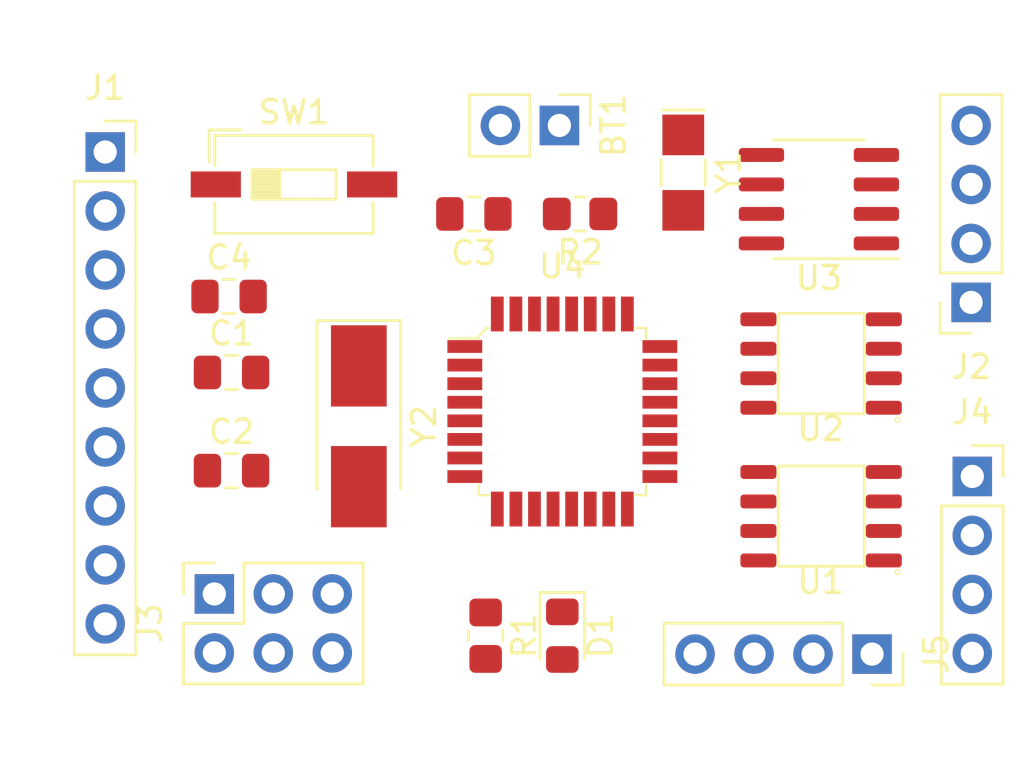
<source format=kicad_pcb>
(kicad_pcb (version 20171130) (host pcbnew "(5.1.6)-1")

  (general
    (thickness 1.6)
    (drawings 0)
    (tracks 0)
    (zones 0)
    (modules 20)
    (nets 34)
  )

  (page A4)
  (title_block
    (title "Arduino Clone")
    (date 2021-02-04)
    (rev "V 1.0")
    (comment 3 "End Date:")
    (comment 4 "Author: Brycen Dhom")
  )

  (layers
    (0 F.Cu signal)
    (1 In1.Cu signal)
    (2 In2.Cu signal)
    (31 B.Cu signal)
    (32 B.Adhes user)
    (33 F.Adhes user)
    (34 B.Paste user)
    (35 F.Paste user)
    (36 B.SilkS user)
    (37 F.SilkS user)
    (38 B.Mask user)
    (39 F.Mask user)
    (40 Dwgs.User user)
    (41 Cmts.User user)
    (42 Eco1.User user)
    (43 Eco2.User user)
    (44 Edge.Cuts user)
    (45 Margin user)
    (46 B.CrtYd user)
    (47 F.CrtYd user)
    (48 B.Fab user)
    (49 F.Fab user)
  )

  (setup
    (last_trace_width 0.25)
    (user_trace_width 0.3)
    (trace_clearance 0.2)
    (zone_clearance 0.508)
    (zone_45_only no)
    (trace_min 0.2)
    (via_size 0.8)
    (via_drill 0.4)
    (via_min_size 0.4)
    (via_min_drill 0.3)
    (user_via 1 0.6)
    (uvia_size 0.3)
    (uvia_drill 0.1)
    (uvias_allowed no)
    (uvia_min_size 0.2)
    (uvia_min_drill 0.1)
    (edge_width 0.05)
    (segment_width 0.2)
    (pcb_text_width 0.3)
    (pcb_text_size 1.5 1.5)
    (mod_edge_width 0.12)
    (mod_text_size 1 1)
    (mod_text_width 0.15)
    (pad_size 1.524 1.524)
    (pad_drill 0.762)
    (pad_to_mask_clearance 0.05)
    (aux_axis_origin 0 0)
    (visible_elements 7FFFFFFF)
    (pcbplotparams
      (layerselection 0x010fc_ffffffff)
      (usegerberextensions false)
      (usegerberattributes true)
      (usegerberadvancedattributes true)
      (creategerberjobfile true)
      (excludeedgelayer true)
      (linewidth 0.100000)
      (plotframeref false)
      (viasonmask false)
      (mode 1)
      (useauxorigin false)
      (hpglpennumber 1)
      (hpglpenspeed 20)
      (hpglpendiameter 15.000000)
      (psnegative false)
      (psa4output false)
      (plotreference true)
      (plotvalue true)
      (plotinvisibletext false)
      (padsonsilk false)
      (subtractmaskfromsilk false)
      (outputformat 1)
      (mirror false)
      (drillshape 1)
      (scaleselection 1)
      (outputdirectory ""))
  )

  (net 0 "")
  (net 1 /Vcc)
  (net 2 GND)
  (net 3 "Net-(C1-Pad1)")
  (net 4 "Net-(C2-Pad1)")
  (net 5 "Net-(C4-Pad1)")
  (net 6 "Net-(D1-Pad1)")
  (net 7 /SCK)
  (net 8 /D2)
  (net 9 /D3)
  (net 10 /D4)
  (net 11 /D5)
  (net 12 /D6)
  (net 13 /D7)
  (net 14 /D8)
  (net 15 /RX)
  (net 16 /TX)
  (net 17 /MISO)
  (net 18 /MOSI)
  (net 19 /RESET)
  (net 20 /SDA)
  (net 21 /A0)
  (net 22 /A1)
  (net 23 /A2)
  (net 24 /A3)
  (net 25 /SCL)
  (net 26 "Net-(U3-Pad1)")
  (net 27 "Net-(U3-Pad2)")
  (net 28 "Net-(U3-Pad3)")
  (net 29 "Net-(U3-Pad7)")
  (net 30 "Net-(U4-Pad13)")
  (net 31 "Net-(U4-Pad14)")
  (net 32 "Net-(U4-Pad19)")
  (net 33 "Net-(U4-Pad22)")

  (net_class Default "This is the default net class."
    (clearance 0.2)
    (trace_width 0.25)
    (via_dia 0.8)
    (via_drill 0.4)
    (uvia_dia 0.3)
    (uvia_drill 0.1)
    (add_net /A0)
    (add_net /A1)
    (add_net /A2)
    (add_net /A3)
    (add_net /D2)
    (add_net /D3)
    (add_net /D4)
    (add_net /D5)
    (add_net /D6)
    (add_net /D7)
    (add_net /D8)
    (add_net /MISO)
    (add_net /MOSI)
    (add_net /RESET)
    (add_net /RX)
    (add_net /SCK)
    (add_net /SCL)
    (add_net /SDA)
    (add_net /TX)
    (add_net "Net-(C1-Pad1)")
    (add_net "Net-(C2-Pad1)")
    (add_net "Net-(C4-Pad1)")
    (add_net "Net-(D1-Pad1)")
    (add_net "Net-(U3-Pad1)")
    (add_net "Net-(U3-Pad2)")
    (add_net "Net-(U3-Pad3)")
    (add_net "Net-(U3-Pad7)")
    (add_net "Net-(U4-Pad13)")
    (add_net "Net-(U4-Pad14)")
    (add_net "Net-(U4-Pad19)")
    (add_net "Net-(U4-Pad22)")
  )

  (net_class Power ""
    (clearance 0.2)
    (trace_width 0.3)
    (via_dia 1)
    (via_drill 0.6)
    (uvia_dia 0.3)
    (uvia_drill 0.1)
    (add_net /Vcc)
    (add_net GND)
  )

  (module Connector_PinHeader_2.54mm:PinHeader_1x02_P2.54mm_Vertical (layer F.Cu) (tedit 59FED5CC) (tstamp 601BEE9E)
    (at 120.523 74.168 270)
    (descr "Through hole straight pin header, 1x02, 2.54mm pitch, single row")
    (tags "Through hole pin header THT 1x02 2.54mm single row")
    (path /6016CB0C)
    (fp_text reference BT1 (at 0 -2.33 90) (layer F.SilkS)
      (effects (font (size 1 1) (thickness 0.15)))
    )
    (fp_text value "Battery 3V" (at 0 4.87 90) (layer F.Fab)
      (effects (font (size 1 1) (thickness 0.15)))
    )
    (fp_line (start 1.8 -1.8) (end -1.8 -1.8) (layer F.CrtYd) (width 0.05))
    (fp_line (start 1.8 4.35) (end 1.8 -1.8) (layer F.CrtYd) (width 0.05))
    (fp_line (start -1.8 4.35) (end 1.8 4.35) (layer F.CrtYd) (width 0.05))
    (fp_line (start -1.8 -1.8) (end -1.8 4.35) (layer F.CrtYd) (width 0.05))
    (fp_line (start -1.33 -1.33) (end 0 -1.33) (layer F.SilkS) (width 0.12))
    (fp_line (start -1.33 0) (end -1.33 -1.33) (layer F.SilkS) (width 0.12))
    (fp_line (start -1.33 1.27) (end 1.33 1.27) (layer F.SilkS) (width 0.12))
    (fp_line (start 1.33 1.27) (end 1.33 3.87) (layer F.SilkS) (width 0.12))
    (fp_line (start -1.33 1.27) (end -1.33 3.87) (layer F.SilkS) (width 0.12))
    (fp_line (start -1.33 3.87) (end 1.33 3.87) (layer F.SilkS) (width 0.12))
    (fp_line (start -1.27 -0.635) (end -0.635 -1.27) (layer F.Fab) (width 0.1))
    (fp_line (start -1.27 3.81) (end -1.27 -0.635) (layer F.Fab) (width 0.1))
    (fp_line (start 1.27 3.81) (end -1.27 3.81) (layer F.Fab) (width 0.1))
    (fp_line (start 1.27 -1.27) (end 1.27 3.81) (layer F.Fab) (width 0.1))
    (fp_line (start -0.635 -1.27) (end 1.27 -1.27) (layer F.Fab) (width 0.1))
    (fp_text user %R (at 0 1.27) (layer F.Fab)
      (effects (font (size 1 1) (thickness 0.15)))
    )
    (pad 2 thru_hole oval (at 0 2.54 270) (size 1.7 1.7) (drill 1) (layers *.Cu *.Mask)
      (net 2 GND))
    (pad 1 thru_hole rect (at 0 0 270) (size 1.7 1.7) (drill 1) (layers *.Cu *.Mask)
      (net 1 /Vcc))
    (model ${KISYS3DMOD}/Connector_PinHeader_2.54mm.3dshapes/PinHeader_1x02_P2.54mm_Vertical.wrl
      (at (xyz 0 0 0))
      (scale (xyz 1 1 1))
      (rotate (xyz 0 0 0))
    )
  )

  (module Capacitor_SMD:C_0805_2012Metric_Pad1.18x1.45mm_HandSolder (layer F.Cu) (tedit 5F68FEEF) (tstamp 601BEEAF)
    (at 106.4045 84.8046)
    (descr "Capacitor SMD 0805 (2012 Metric), square (rectangular) end terminal, IPC_7351 nominal with elongated pad for handsoldering. (Body size source: IPC-SM-782 page 76, https://www.pcb-3d.com/wordpress/wp-content/uploads/ipc-sm-782a_amendment_1_and_2.pdf, https://docs.google.com/spreadsheets/d/1BsfQQcO9C6DZCsRaXUlFlo91Tg2WpOkGARC1WS5S8t0/edit?usp=sharing), generated with kicad-footprint-generator")
    (tags "capacitor handsolder")
    (path /6016DE4E)
    (attr smd)
    (fp_text reference C1 (at 0 -1.68) (layer F.SilkS)
      (effects (font (size 1 1) (thickness 0.15)))
    )
    (fp_text value "22 pF" (at 0 1.68) (layer F.Fab)
      (effects (font (size 1 1) (thickness 0.15)))
    )
    (fp_line (start 1.88 0.98) (end -1.88 0.98) (layer F.CrtYd) (width 0.05))
    (fp_line (start 1.88 -0.98) (end 1.88 0.98) (layer F.CrtYd) (width 0.05))
    (fp_line (start -1.88 -0.98) (end 1.88 -0.98) (layer F.CrtYd) (width 0.05))
    (fp_line (start -1.88 0.98) (end -1.88 -0.98) (layer F.CrtYd) (width 0.05))
    (fp_line (start -0.261252 0.735) (end 0.261252 0.735) (layer F.SilkS) (width 0.12))
    (fp_line (start -0.261252 -0.735) (end 0.261252 -0.735) (layer F.SilkS) (width 0.12))
    (fp_line (start 1 0.625) (end -1 0.625) (layer F.Fab) (width 0.1))
    (fp_line (start 1 -0.625) (end 1 0.625) (layer F.Fab) (width 0.1))
    (fp_line (start -1 -0.625) (end 1 -0.625) (layer F.Fab) (width 0.1))
    (fp_line (start -1 0.625) (end -1 -0.625) (layer F.Fab) (width 0.1))
    (fp_text user %R (at 0 0) (layer F.Fab)
      (effects (font (size 0.5 0.5) (thickness 0.08)))
    )
    (pad 2 smd roundrect (at 1.0375 0) (size 1.175 1.45) (layers F.Cu F.Paste F.Mask) (roundrect_rratio 0.212766)
      (net 2 GND))
    (pad 1 smd roundrect (at -1.0375 0) (size 1.175 1.45) (layers F.Cu F.Paste F.Mask) (roundrect_rratio 0.212766)
      (net 3 "Net-(C1-Pad1)"))
    (model ${KISYS3DMOD}/Capacitor_SMD.3dshapes/C_0805_2012Metric.wrl
      (at (xyz 0 0 0))
      (scale (xyz 1 1 1))
      (rotate (xyz 0 0 0))
    )
  )

  (module Capacitor_SMD:C_0805_2012Metric_Pad1.18x1.45mm_HandSolder (layer F.Cu) (tedit 5F68FEEF) (tstamp 601BEEC0)
    (at 106.4045 89.0332)
    (descr "Capacitor SMD 0805 (2012 Metric), square (rectangular) end terminal, IPC_7351 nominal with elongated pad for handsoldering. (Body size source: IPC-SM-782 page 76, https://www.pcb-3d.com/wordpress/wp-content/uploads/ipc-sm-782a_amendment_1_and_2.pdf, https://docs.google.com/spreadsheets/d/1BsfQQcO9C6DZCsRaXUlFlo91Tg2WpOkGARC1WS5S8t0/edit?usp=sharing), generated with kicad-footprint-generator")
    (tags "capacitor handsolder")
    (path /6016E4DC)
    (attr smd)
    (fp_text reference C2 (at 0 -1.68) (layer F.SilkS)
      (effects (font (size 1 1) (thickness 0.15)))
    )
    (fp_text value "22 pF" (at 0 1.68) (layer F.Fab)
      (effects (font (size 1 1) (thickness 0.15)))
    )
    (fp_line (start -1 0.625) (end -1 -0.625) (layer F.Fab) (width 0.1))
    (fp_line (start -1 -0.625) (end 1 -0.625) (layer F.Fab) (width 0.1))
    (fp_line (start 1 -0.625) (end 1 0.625) (layer F.Fab) (width 0.1))
    (fp_line (start 1 0.625) (end -1 0.625) (layer F.Fab) (width 0.1))
    (fp_line (start -0.261252 -0.735) (end 0.261252 -0.735) (layer F.SilkS) (width 0.12))
    (fp_line (start -0.261252 0.735) (end 0.261252 0.735) (layer F.SilkS) (width 0.12))
    (fp_line (start -1.88 0.98) (end -1.88 -0.98) (layer F.CrtYd) (width 0.05))
    (fp_line (start -1.88 -0.98) (end 1.88 -0.98) (layer F.CrtYd) (width 0.05))
    (fp_line (start 1.88 -0.98) (end 1.88 0.98) (layer F.CrtYd) (width 0.05))
    (fp_line (start 1.88 0.98) (end -1.88 0.98) (layer F.CrtYd) (width 0.05))
    (fp_text user %R (at 0 0) (layer F.Fab)
      (effects (font (size 0.5 0.5) (thickness 0.08)))
    )
    (pad 1 smd roundrect (at -1.0375 0) (size 1.175 1.45) (layers F.Cu F.Paste F.Mask) (roundrect_rratio 0.212766)
      (net 4 "Net-(C2-Pad1)"))
    (pad 2 smd roundrect (at 1.0375 0) (size 1.175 1.45) (layers F.Cu F.Paste F.Mask) (roundrect_rratio 0.212766)
      (net 2 GND))
    (model ${KISYS3DMOD}/Capacitor_SMD.3dshapes/C_0805_2012Metric.wrl
      (at (xyz 0 0 0))
      (scale (xyz 1 1 1))
      (rotate (xyz 0 0 0))
    )
  )

  (module Capacitor_SMD:C_0805_2012Metric_Pad1.18x1.45mm_HandSolder (layer F.Cu) (tedit 5F68FEEF) (tstamp 601BEED1)
    (at 116.84 77.978 180)
    (descr "Capacitor SMD 0805 (2012 Metric), square (rectangular) end terminal, IPC_7351 nominal with elongated pad for handsoldering. (Body size source: IPC-SM-782 page 76, https://www.pcb-3d.com/wordpress/wp-content/uploads/ipc-sm-782a_amendment_1_and_2.pdf, https://docs.google.com/spreadsheets/d/1BsfQQcO9C6DZCsRaXUlFlo91Tg2WpOkGARC1WS5S8t0/edit?usp=sharing), generated with kicad-footprint-generator")
    (tags "capacitor handsolder")
    (path /6016E8E4)
    (attr smd)
    (fp_text reference C3 (at 0 -1.68) (layer F.SilkS)
      (effects (font (size 1 1) (thickness 0.15)))
    )
    (fp_text value "10 uF" (at 0 1.68) (layer F.Fab)
      (effects (font (size 1 1) (thickness 0.15)))
    )
    (fp_line (start 1.88 0.98) (end -1.88 0.98) (layer F.CrtYd) (width 0.05))
    (fp_line (start 1.88 -0.98) (end 1.88 0.98) (layer F.CrtYd) (width 0.05))
    (fp_line (start -1.88 -0.98) (end 1.88 -0.98) (layer F.CrtYd) (width 0.05))
    (fp_line (start -1.88 0.98) (end -1.88 -0.98) (layer F.CrtYd) (width 0.05))
    (fp_line (start -0.261252 0.735) (end 0.261252 0.735) (layer F.SilkS) (width 0.12))
    (fp_line (start -0.261252 -0.735) (end 0.261252 -0.735) (layer F.SilkS) (width 0.12))
    (fp_line (start 1 0.625) (end -1 0.625) (layer F.Fab) (width 0.1))
    (fp_line (start 1 -0.625) (end 1 0.625) (layer F.Fab) (width 0.1))
    (fp_line (start -1 -0.625) (end 1 -0.625) (layer F.Fab) (width 0.1))
    (fp_line (start -1 0.625) (end -1 -0.625) (layer F.Fab) (width 0.1))
    (fp_text user %R (at 0 0) (layer F.Fab)
      (effects (font (size 0.5 0.5) (thickness 0.08)))
    )
    (pad 2 smd roundrect (at 1.0375 0 180) (size 1.175 1.45) (layers F.Cu F.Paste F.Mask) (roundrect_rratio 0.212766)
      (net 2 GND))
    (pad 1 smd roundrect (at -1.0375 0 180) (size 1.175 1.45) (layers F.Cu F.Paste F.Mask) (roundrect_rratio 0.212766)
      (net 1 /Vcc))
    (model ${KISYS3DMOD}/Capacitor_SMD.3dshapes/C_0805_2012Metric.wrl
      (at (xyz 0 0 0))
      (scale (xyz 1 1 1))
      (rotate (xyz 0 0 0))
    )
  )

  (module Capacitor_SMD:C_0805_2012Metric_Pad1.18x1.45mm_HandSolder (layer F.Cu) (tedit 5F68FEEF) (tstamp 601BEEE2)
    (at 106.299 81.534)
    (descr "Capacitor SMD 0805 (2012 Metric), square (rectangular) end terminal, IPC_7351 nominal with elongated pad for handsoldering. (Body size source: IPC-SM-782 page 76, https://www.pcb-3d.com/wordpress/wp-content/uploads/ipc-sm-782a_amendment_1_and_2.pdf, https://docs.google.com/spreadsheets/d/1BsfQQcO9C6DZCsRaXUlFlo91Tg2WpOkGARC1WS5S8t0/edit?usp=sharing), generated with kicad-footprint-generator")
    (tags "capacitor handsolder")
    (path /601BDDAF)
    (attr smd)
    (fp_text reference C4 (at 0 -1.68) (layer F.SilkS)
      (effects (font (size 1 1) (thickness 0.15)))
    )
    (fp_text value C (at 0 1.68) (layer F.Fab)
      (effects (font (size 1 1) (thickness 0.15)))
    )
    (fp_line (start -1 0.625) (end -1 -0.625) (layer F.Fab) (width 0.1))
    (fp_line (start -1 -0.625) (end 1 -0.625) (layer F.Fab) (width 0.1))
    (fp_line (start 1 -0.625) (end 1 0.625) (layer F.Fab) (width 0.1))
    (fp_line (start 1 0.625) (end -1 0.625) (layer F.Fab) (width 0.1))
    (fp_line (start -0.261252 -0.735) (end 0.261252 -0.735) (layer F.SilkS) (width 0.12))
    (fp_line (start -0.261252 0.735) (end 0.261252 0.735) (layer F.SilkS) (width 0.12))
    (fp_line (start -1.88 0.98) (end -1.88 -0.98) (layer F.CrtYd) (width 0.05))
    (fp_line (start -1.88 -0.98) (end 1.88 -0.98) (layer F.CrtYd) (width 0.05))
    (fp_line (start 1.88 -0.98) (end 1.88 0.98) (layer F.CrtYd) (width 0.05))
    (fp_line (start 1.88 0.98) (end -1.88 0.98) (layer F.CrtYd) (width 0.05))
    (fp_text user %R (at 1.376906 0) (layer F.Fab)
      (effects (font (size 0.5 0.5) (thickness 0.08)))
    )
    (pad 1 smd roundrect (at -1.0375 0) (size 1.175 1.45) (layers F.Cu F.Paste F.Mask) (roundrect_rratio 0.212766)
      (net 5 "Net-(C4-Pad1)"))
    (pad 2 smd roundrect (at 1.0375 0) (size 1.175 1.45) (layers F.Cu F.Paste F.Mask) (roundrect_rratio 0.212766)
      (net 2 GND))
    (model ${KISYS3DMOD}/Capacitor_SMD.3dshapes/C_0805_2012Metric.wrl
      (at (xyz 0 0 0))
      (scale (xyz 1 1 1))
      (rotate (xyz 0 0 0))
    )
  )

  (module LED_SMD:LED_0805_2012Metric_Pad1.15x1.40mm_HandSolder (layer F.Cu) (tedit 5F68FEF1) (tstamp 601BEEF5)
    (at 120.65 96.139 270)
    (descr "LED SMD 0805 (2012 Metric), square (rectangular) end terminal, IPC_7351 nominal, (Body size source: https://docs.google.com/spreadsheets/d/1BsfQQcO9C6DZCsRaXUlFlo91Tg2WpOkGARC1WS5S8t0/edit?usp=sharing), generated with kicad-footprint-generator")
    (tags "LED handsolder")
    (path /6016F1E9)
    (attr smd)
    (fp_text reference D1 (at 0 -1.65 90) (layer F.SilkS)
      (effects (font (size 1 1) (thickness 0.15)))
    )
    (fp_text value LED (at 0 1.65 90) (layer F.Fab)
      (effects (font (size 1 1) (thickness 0.15)))
    )
    (fp_line (start 1 -0.6) (end -0.7 -0.6) (layer F.Fab) (width 0.1))
    (fp_line (start -0.7 -0.6) (end -1 -0.3) (layer F.Fab) (width 0.1))
    (fp_line (start -1 -0.3) (end -1 0.6) (layer F.Fab) (width 0.1))
    (fp_line (start -1 0.6) (end 1 0.6) (layer F.Fab) (width 0.1))
    (fp_line (start 1 0.6) (end 1 -0.6) (layer F.Fab) (width 0.1))
    (fp_line (start 1 -0.96) (end -1.86 -0.96) (layer F.SilkS) (width 0.12))
    (fp_line (start -1.86 -0.96) (end -1.86 0.96) (layer F.SilkS) (width 0.12))
    (fp_line (start -1.86 0.96) (end 1 0.96) (layer F.SilkS) (width 0.12))
    (fp_line (start -1.85 0.95) (end -1.85 -0.95) (layer F.CrtYd) (width 0.05))
    (fp_line (start -1.85 -0.95) (end 1.85 -0.95) (layer F.CrtYd) (width 0.05))
    (fp_line (start 1.85 -0.95) (end 1.85 0.95) (layer F.CrtYd) (width 0.05))
    (fp_line (start 1.85 0.95) (end -1.85 0.95) (layer F.CrtYd) (width 0.05))
    (fp_text user %R (at 0 0 90) (layer F.Fab)
      (effects (font (size 0.5 0.5) (thickness 0.08)))
    )
    (pad 1 smd roundrect (at -1.025 0 270) (size 1.15 1.4) (layers F.Cu F.Paste F.Mask) (roundrect_rratio 0.217391)
      (net 6 "Net-(D1-Pad1)"))
    (pad 2 smd roundrect (at 1.025 0 270) (size 1.15 1.4) (layers F.Cu F.Paste F.Mask) (roundrect_rratio 0.217391)
      (net 7 /SCK))
    (model ${KISYS3DMOD}/LED_SMD.3dshapes/LED_0805_2012Metric.wrl
      (at (xyz 0 0 0))
      (scale (xyz 1 1 1))
      (rotate (xyz 0 0 0))
    )
  )

  (module Connector_PinSocket_2.54mm:PinSocket_1x09_P2.54mm_Vertical (layer F.Cu) (tedit 5A19A431) (tstamp 601BEF12)
    (at 100.965 75.311)
    (descr "Through hole straight socket strip, 1x09, 2.54mm pitch, single row (from Kicad 4.0.7), script generated")
    (tags "Through hole socket strip THT 1x09 2.54mm single row")
    (path /6017416D/60175092)
    (fp_text reference J1 (at 0 -2.77) (layer F.SilkS)
      (effects (font (size 1 1) (thickness 0.15)))
    )
    (fp_text value "Digital Pins" (at 0 23.09) (layer F.Fab)
      (effects (font (size 1 1) (thickness 0.15)))
    )
    (fp_line (start -1.27 -1.27) (end 0.635 -1.27) (layer F.Fab) (width 0.1))
    (fp_line (start 0.635 -1.27) (end 1.27 -0.635) (layer F.Fab) (width 0.1))
    (fp_line (start 1.27 -0.635) (end 1.27 21.59) (layer F.Fab) (width 0.1))
    (fp_line (start 1.27 21.59) (end -1.27 21.59) (layer F.Fab) (width 0.1))
    (fp_line (start -1.27 21.59) (end -1.27 -1.27) (layer F.Fab) (width 0.1))
    (fp_line (start -1.33 1.27) (end 1.33 1.27) (layer F.SilkS) (width 0.12))
    (fp_line (start -1.33 1.27) (end -1.33 21.65) (layer F.SilkS) (width 0.12))
    (fp_line (start -1.33 21.65) (end 1.33 21.65) (layer F.SilkS) (width 0.12))
    (fp_line (start 1.33 1.27) (end 1.33 21.65) (layer F.SilkS) (width 0.12))
    (fp_line (start 1.33 -1.33) (end 1.33 0) (layer F.SilkS) (width 0.12))
    (fp_line (start 0 -1.33) (end 1.33 -1.33) (layer F.SilkS) (width 0.12))
    (fp_line (start -1.8 -1.8) (end 1.75 -1.8) (layer F.CrtYd) (width 0.05))
    (fp_line (start 1.75 -1.8) (end 1.75 22.1) (layer F.CrtYd) (width 0.05))
    (fp_line (start 1.75 22.1) (end -1.8 22.1) (layer F.CrtYd) (width 0.05))
    (fp_line (start -1.8 22.1) (end -1.8 -1.8) (layer F.CrtYd) (width 0.05))
    (fp_text user %R (at 0 10.16 90) (layer F.Fab)
      (effects (font (size 1 1) (thickness 0.15)))
    )
    (pad 1 thru_hole rect (at 0 0) (size 1.7 1.7) (drill 1) (layers *.Cu *.Mask)
      (net 8 /D2))
    (pad 2 thru_hole oval (at 0 2.54) (size 1.7 1.7) (drill 1) (layers *.Cu *.Mask)
      (net 9 /D3))
    (pad 3 thru_hole oval (at 0 5.08) (size 1.7 1.7) (drill 1) (layers *.Cu *.Mask)
      (net 10 /D4))
    (pad 4 thru_hole oval (at 0 7.62) (size 1.7 1.7) (drill 1) (layers *.Cu *.Mask)
      (net 11 /D5))
    (pad 5 thru_hole oval (at 0 10.16) (size 1.7 1.7) (drill 1) (layers *.Cu *.Mask)
      (net 12 /D6))
    (pad 6 thru_hole oval (at 0 12.7) (size 1.7 1.7) (drill 1) (layers *.Cu *.Mask)
      (net 13 /D7))
    (pad 7 thru_hole oval (at 0 15.24) (size 1.7 1.7) (drill 1) (layers *.Cu *.Mask)
      (net 14 /D8))
    (pad 8 thru_hole oval (at 0 17.78) (size 1.7 1.7) (drill 1) (layers *.Cu *.Mask)
      (net 2 GND))
    (pad 9 thru_hole oval (at 0 20.32) (size 1.7 1.7) (drill 1) (layers *.Cu *.Mask)
      (net 1 /Vcc))
    (model ${KISYS3DMOD}/Connector_PinSocket_2.54mm.3dshapes/PinSocket_1x09_P2.54mm_Vertical.wrl
      (at (xyz 0 0 0))
      (scale (xyz 1 1 1))
      (rotate (xyz 0 0 0))
    )
  )

  (module Connector_PinSocket_2.54mm:PinSocket_1x04_P2.54mm_Vertical (layer F.Cu) (tedit 5A19A429) (tstamp 601BEF2A)
    (at 138.253 81.788 180)
    (descr "Through hole straight socket strip, 1x04, 2.54mm pitch, single row (from Kicad 4.0.7), script generated")
    (tags "Through hole socket strip THT 1x04 2.54mm single row")
    (path /6017416D/60176115)
    (fp_text reference J2 (at 0 -2.77) (layer F.SilkS)
      (effects (font (size 1 1) (thickness 0.15)))
    )
    (fp_text value Serial (at 0 10.39) (layer F.Fab)
      (effects (font (size 1 1) (thickness 0.15)))
    )
    (fp_line (start -1.27 -1.27) (end 0.635 -1.27) (layer F.Fab) (width 0.1))
    (fp_line (start 0.635 -1.27) (end 1.27 -0.635) (layer F.Fab) (width 0.1))
    (fp_line (start 1.27 -0.635) (end 1.27 8.89) (layer F.Fab) (width 0.1))
    (fp_line (start 1.27 8.89) (end -1.27 8.89) (layer F.Fab) (width 0.1))
    (fp_line (start -1.27 8.89) (end -1.27 -1.27) (layer F.Fab) (width 0.1))
    (fp_line (start -1.33 1.27) (end 1.33 1.27) (layer F.SilkS) (width 0.12))
    (fp_line (start -1.33 1.27) (end -1.33 8.95) (layer F.SilkS) (width 0.12))
    (fp_line (start -1.33 8.95) (end 1.33 8.95) (layer F.SilkS) (width 0.12))
    (fp_line (start 1.33 1.27) (end 1.33 8.95) (layer F.SilkS) (width 0.12))
    (fp_line (start 1.33 -1.33) (end 1.33 0) (layer F.SilkS) (width 0.12))
    (fp_line (start 0 -1.33) (end 1.33 -1.33) (layer F.SilkS) (width 0.12))
    (fp_line (start -1.8 -1.8) (end 1.75 -1.8) (layer F.CrtYd) (width 0.05))
    (fp_line (start 1.75 -1.8) (end 1.75 9.4) (layer F.CrtYd) (width 0.05))
    (fp_line (start 1.75 9.4) (end -1.8 9.4) (layer F.CrtYd) (width 0.05))
    (fp_line (start -1.8 9.4) (end -1.8 -1.8) (layer F.CrtYd) (width 0.05))
    (fp_text user %R (at 0 3.81 90) (layer F.Fab)
      (effects (font (size 1 1) (thickness 0.15)))
    )
    (pad 1 thru_hole rect (at 0 0 180) (size 1.7 1.7) (drill 1) (layers *.Cu *.Mask)
      (net 2 GND))
    (pad 2 thru_hole oval (at 0 2.54 180) (size 1.7 1.7) (drill 1) (layers *.Cu *.Mask)
      (net 1 /Vcc))
    (pad 3 thru_hole oval (at 0 5.08 180) (size 1.7 1.7) (drill 1) (layers *.Cu *.Mask)
      (net 15 /RX))
    (pad 4 thru_hole oval (at 0 7.62 180) (size 1.7 1.7) (drill 1) (layers *.Cu *.Mask)
      (net 16 /TX))
    (model ${KISYS3DMOD}/Connector_PinSocket_2.54mm.3dshapes/PinSocket_1x04_P2.54mm_Vertical.wrl
      (at (xyz 0 0 0))
      (scale (xyz 1 1 1))
      (rotate (xyz 0 0 0))
    )
  )

  (module Connector_PinSocket_2.54mm:PinSocket_2x03_P2.54mm_Vertical (layer F.Cu) (tedit 5A19A425) (tstamp 601BEF46)
    (at 105.664 94.341 90)
    (descr "Through hole straight socket strip, 2x03, 2.54mm pitch, double cols (from Kicad 4.0.7), script generated")
    (tags "Through hole socket strip THT 2x03 2.54mm double row")
    (path /6017416D/6017679C)
    (fp_text reference J3 (at -1.27 -2.77 90) (layer F.SilkS)
      (effects (font (size 1 1) (thickness 0.15)))
    )
    (fp_text value ICSP (at -1.27 7.85 90) (layer F.Fab)
      (effects (font (size 1 1) (thickness 0.15)))
    )
    (fp_line (start -3.81 -1.27) (end 0.27 -1.27) (layer F.Fab) (width 0.1))
    (fp_line (start 0.27 -1.27) (end 1.27 -0.27) (layer F.Fab) (width 0.1))
    (fp_line (start 1.27 -0.27) (end 1.27 6.35) (layer F.Fab) (width 0.1))
    (fp_line (start 1.27 6.35) (end -3.81 6.35) (layer F.Fab) (width 0.1))
    (fp_line (start -3.81 6.35) (end -3.81 -1.27) (layer F.Fab) (width 0.1))
    (fp_line (start -3.87 -1.33) (end -1.27 -1.33) (layer F.SilkS) (width 0.12))
    (fp_line (start -3.87 -1.33) (end -3.87 6.41) (layer F.SilkS) (width 0.12))
    (fp_line (start -3.87 6.41) (end 1.33 6.41) (layer F.SilkS) (width 0.12))
    (fp_line (start 1.33 1.27) (end 1.33 6.41) (layer F.SilkS) (width 0.12))
    (fp_line (start -1.27 1.27) (end 1.33 1.27) (layer F.SilkS) (width 0.12))
    (fp_line (start -1.27 -1.33) (end -1.27 1.27) (layer F.SilkS) (width 0.12))
    (fp_line (start 1.33 -1.33) (end 1.33 0) (layer F.SilkS) (width 0.12))
    (fp_line (start 0 -1.33) (end 1.33 -1.33) (layer F.SilkS) (width 0.12))
    (fp_line (start -4.34 -1.8) (end 1.76 -1.8) (layer F.CrtYd) (width 0.05))
    (fp_line (start 1.76 -1.8) (end 1.76 6.85) (layer F.CrtYd) (width 0.05))
    (fp_line (start 1.76 6.85) (end -4.34 6.85) (layer F.CrtYd) (width 0.05))
    (fp_line (start -4.34 6.85) (end -4.34 -1.8) (layer F.CrtYd) (width 0.05))
    (fp_text user %R (at -1.27 2.54) (layer F.Fab)
      (effects (font (size 1 1) (thickness 0.15)))
    )
    (pad 1 thru_hole rect (at 0 0 90) (size 1.7 1.7) (drill 1) (layers *.Cu *.Mask)
      (net 17 /MISO))
    (pad 2 thru_hole oval (at -2.54 0 90) (size 1.7 1.7) (drill 1) (layers *.Cu *.Mask)
      (net 1 /Vcc))
    (pad 3 thru_hole oval (at 0 2.54 90) (size 1.7 1.7) (drill 1) (layers *.Cu *.Mask)
      (net 7 /SCK))
    (pad 4 thru_hole oval (at -2.54 2.54 90) (size 1.7 1.7) (drill 1) (layers *.Cu *.Mask)
      (net 18 /MOSI))
    (pad 5 thru_hole oval (at 0 5.08 90) (size 1.7 1.7) (drill 1) (layers *.Cu *.Mask)
      (net 19 /RESET))
    (pad 6 thru_hole oval (at -2.54 5.08 90) (size 1.7 1.7) (drill 1) (layers *.Cu *.Mask)
      (net 2 GND))
    (model ${KISYS3DMOD}/Connector_PinSocket_2.54mm.3dshapes/PinSocket_2x03_P2.54mm_Vertical.wrl
      (at (xyz 0 0 0))
      (scale (xyz 1 1 1))
      (rotate (xyz 0 0 0))
    )
  )

  (module Connector_PinSocket_2.54mm:PinSocket_1x04_P2.54mm_Vertical (layer F.Cu) (tedit 5A19A429) (tstamp 601BEF5E)
    (at 138.303 89.281)
    (descr "Through hole straight socket strip, 1x04, 2.54mm pitch, single row (from Kicad 4.0.7), script generated")
    (tags "Through hole socket strip THT 1x04 2.54mm single row")
    (path /6017416D/6017766B)
    (fp_text reference J4 (at 0 -2.77) (layer F.SilkS)
      (effects (font (size 1 1) (thickness 0.15)))
    )
    (fp_text value I2C (at 0 10.39) (layer F.Fab)
      (effects (font (size 1 1) (thickness 0.15)))
    )
    (fp_line (start -1.8 9.4) (end -1.8 -1.8) (layer F.CrtYd) (width 0.05))
    (fp_line (start 1.75 9.4) (end -1.8 9.4) (layer F.CrtYd) (width 0.05))
    (fp_line (start 1.75 -1.8) (end 1.75 9.4) (layer F.CrtYd) (width 0.05))
    (fp_line (start -1.8 -1.8) (end 1.75 -1.8) (layer F.CrtYd) (width 0.05))
    (fp_line (start 0 -1.33) (end 1.33 -1.33) (layer F.SilkS) (width 0.12))
    (fp_line (start 1.33 -1.33) (end 1.33 0) (layer F.SilkS) (width 0.12))
    (fp_line (start 1.33 1.27) (end 1.33 8.95) (layer F.SilkS) (width 0.12))
    (fp_line (start -1.33 8.95) (end 1.33 8.95) (layer F.SilkS) (width 0.12))
    (fp_line (start -1.33 1.27) (end -1.33 8.95) (layer F.SilkS) (width 0.12))
    (fp_line (start -1.33 1.27) (end 1.33 1.27) (layer F.SilkS) (width 0.12))
    (fp_line (start -1.27 8.89) (end -1.27 -1.27) (layer F.Fab) (width 0.1))
    (fp_line (start 1.27 8.89) (end -1.27 8.89) (layer F.Fab) (width 0.1))
    (fp_line (start 1.27 -0.635) (end 1.27 8.89) (layer F.Fab) (width 0.1))
    (fp_line (start 0.635 -1.27) (end 1.27 -0.635) (layer F.Fab) (width 0.1))
    (fp_line (start -1.27 -1.27) (end 0.635 -1.27) (layer F.Fab) (width 0.1))
    (fp_text user %R (at 0 3.81 90) (layer F.Fab)
      (effects (font (size 1 1) (thickness 0.15)))
    )
    (pad 4 thru_hole oval (at 0 7.62) (size 1.7 1.7) (drill 1) (layers *.Cu *.Mask)
      (net 25 /SCL))
    (pad 3 thru_hole oval (at 0 5.08) (size 1.7 1.7) (drill 1) (layers *.Cu *.Mask)
      (net 20 /SDA))
    (pad 2 thru_hole oval (at 0 2.54) (size 1.7 1.7) (drill 1) (layers *.Cu *.Mask)
      (net 1 /Vcc))
    (pad 1 thru_hole rect (at 0 0) (size 1.7 1.7) (drill 1) (layers *.Cu *.Mask)
      (net 2 GND))
    (model ${KISYS3DMOD}/Connector_PinSocket_2.54mm.3dshapes/PinSocket_1x04_P2.54mm_Vertical.wrl
      (at (xyz 0 0 0))
      (scale (xyz 1 1 1))
      (rotate (xyz 0 0 0))
    )
  )

  (module Connector_PinSocket_2.54mm:PinSocket_1x04_P2.54mm_Vertical (layer F.Cu) (tedit 5A19A429) (tstamp 601BEF76)
    (at 133.985 96.931 270)
    (descr "Through hole straight socket strip, 1x04, 2.54mm pitch, single row (from Kicad 4.0.7), script generated")
    (tags "Through hole socket strip THT 1x04 2.54mm single row")
    (path /6017416D/601D7FB0)
    (fp_text reference J5 (at 0 -2.77 90) (layer F.SilkS)
      (effects (font (size 1 1) (thickness 0.15)))
    )
    (fp_text value "Analog Pins" (at 0 10.39 90) (layer F.Fab)
      (effects (font (size 1 1) (thickness 0.15)))
    )
    (fp_line (start -1.27 -1.27) (end 0.635 -1.27) (layer F.Fab) (width 0.1))
    (fp_line (start 0.635 -1.27) (end 1.27 -0.635) (layer F.Fab) (width 0.1))
    (fp_line (start 1.27 -0.635) (end 1.27 8.89) (layer F.Fab) (width 0.1))
    (fp_line (start 1.27 8.89) (end -1.27 8.89) (layer F.Fab) (width 0.1))
    (fp_line (start -1.27 8.89) (end -1.27 -1.27) (layer F.Fab) (width 0.1))
    (fp_line (start -1.33 1.27) (end 1.33 1.27) (layer F.SilkS) (width 0.12))
    (fp_line (start -1.33 1.27) (end -1.33 8.95) (layer F.SilkS) (width 0.12))
    (fp_line (start -1.33 8.95) (end 1.33 8.95) (layer F.SilkS) (width 0.12))
    (fp_line (start 1.33 1.27) (end 1.33 8.95) (layer F.SilkS) (width 0.12))
    (fp_line (start 1.33 -1.33) (end 1.33 0) (layer F.SilkS) (width 0.12))
    (fp_line (start 0 -1.33) (end 1.33 -1.33) (layer F.SilkS) (width 0.12))
    (fp_line (start -1.8 -1.8) (end 1.75 -1.8) (layer F.CrtYd) (width 0.05))
    (fp_line (start 1.75 -1.8) (end 1.75 9.4) (layer F.CrtYd) (width 0.05))
    (fp_line (start 1.75 9.4) (end -1.8 9.4) (layer F.CrtYd) (width 0.05))
    (fp_line (start -1.8 9.4) (end -1.8 -1.8) (layer F.CrtYd) (width 0.05))
    (fp_text user %R (at 0 3.81) (layer F.Fab)
      (effects (font (size 1 1) (thickness 0.15)))
    )
    (pad 1 thru_hole rect (at 0 0 270) (size 1.7 1.7) (drill 1) (layers *.Cu *.Mask)
      (net 21 /A0))
    (pad 2 thru_hole oval (at 0 2.54 270) (size 1.7 1.7) (drill 1) (layers *.Cu *.Mask)
      (net 22 /A1))
    (pad 3 thru_hole oval (at 0 5.08 270) (size 1.7 1.7) (drill 1) (layers *.Cu *.Mask)
      (net 23 /A2))
    (pad 4 thru_hole oval (at 0 7.62 270) (size 1.7 1.7) (drill 1) (layers *.Cu *.Mask)
      (net 24 /A3))
    (model ${KISYS3DMOD}/Connector_PinSocket_2.54mm.3dshapes/PinSocket_1x04_P2.54mm_Vertical.wrl
      (at (xyz 0 0 0))
      (scale (xyz 1 1 1))
      (rotate (xyz 0 0 0))
    )
  )

  (module Resistor_SMD:R_0805_2012Metric_Pad1.20x1.40mm_HandSolder (layer F.Cu) (tedit 5F68FEEE) (tstamp 601BEF87)
    (at 117.348 96.139 270)
    (descr "Resistor SMD 0805 (2012 Metric), square (rectangular) end terminal, IPC_7351 nominal with elongated pad for handsoldering. (Body size source: IPC-SM-782 page 72, https://www.pcb-3d.com/wordpress/wp-content/uploads/ipc-sm-782a_amendment_1_and_2.pdf), generated with kicad-footprint-generator")
    (tags "resistor handsolder")
    (path /6016F7B9)
    (attr smd)
    (fp_text reference R1 (at 0 -1.65 90) (layer F.SilkS)
      (effects (font (size 1 1) (thickness 0.15)))
    )
    (fp_text value 330 (at 0 1.65 90) (layer F.Fab)
      (effects (font (size 1 1) (thickness 0.15)))
    )
    (fp_line (start -1 0.625) (end -1 -0.625) (layer F.Fab) (width 0.1))
    (fp_line (start -1 -0.625) (end 1 -0.625) (layer F.Fab) (width 0.1))
    (fp_line (start 1 -0.625) (end 1 0.625) (layer F.Fab) (width 0.1))
    (fp_line (start 1 0.625) (end -1 0.625) (layer F.Fab) (width 0.1))
    (fp_line (start -0.227064 -0.735) (end 0.227064 -0.735) (layer F.SilkS) (width 0.12))
    (fp_line (start -0.227064 0.735) (end 0.227064 0.735) (layer F.SilkS) (width 0.12))
    (fp_line (start -1.85 0.95) (end -1.85 -0.95) (layer F.CrtYd) (width 0.05))
    (fp_line (start -1.85 -0.95) (end 1.85 -0.95) (layer F.CrtYd) (width 0.05))
    (fp_line (start 1.85 -0.95) (end 1.85 0.95) (layer F.CrtYd) (width 0.05))
    (fp_line (start 1.85 0.95) (end -1.85 0.95) (layer F.CrtYd) (width 0.05))
    (fp_text user %R (at 0 0 90) (layer F.Fab)
      (effects (font (size 0.5 0.5) (thickness 0.08)))
    )
    (pad 1 smd roundrect (at -1 0 270) (size 1.2 1.4) (layers F.Cu F.Paste F.Mask) (roundrect_rratio 0.208333)
      (net 6 "Net-(D1-Pad1)"))
    (pad 2 smd roundrect (at 1 0 270) (size 1.2 1.4) (layers F.Cu F.Paste F.Mask) (roundrect_rratio 0.208333)
      (net 2 GND))
    (model ${KISYS3DMOD}/Resistor_SMD.3dshapes/R_0805_2012Metric.wrl
      (at (xyz 0 0 0))
      (scale (xyz 1 1 1))
      (rotate (xyz 0 0 0))
    )
  )

  (module Resistor_SMD:R_0805_2012Metric_Pad1.20x1.40mm_HandSolder (layer F.Cu) (tedit 5F68FEEE) (tstamp 601BEF98)
    (at 121.412 77.978 180)
    (descr "Resistor SMD 0805 (2012 Metric), square (rectangular) end terminal, IPC_7351 nominal with elongated pad for handsoldering. (Body size source: IPC-SM-782 page 72, https://www.pcb-3d.com/wordpress/wp-content/uploads/ipc-sm-782a_amendment_1_and_2.pdf), generated with kicad-footprint-generator")
    (tags "resistor handsolder")
    (path /6016FC62)
    (attr smd)
    (fp_text reference R2 (at 0 -1.65) (layer F.SilkS)
      (effects (font (size 1 1) (thickness 0.15)))
    )
    (fp_text value 10k (at 0 1.65) (layer F.Fab)
      (effects (font (size 1 1) (thickness 0.15)))
    )
    (fp_text user %R (at 0 0) (layer F.Fab)
      (effects (font (size 0.5 0.5) (thickness 0.08)))
    )
    (fp_line (start -1 0.625) (end -1 -0.625) (layer F.Fab) (width 0.1))
    (fp_line (start -1 -0.625) (end 1 -0.625) (layer F.Fab) (width 0.1))
    (fp_line (start 1 -0.625) (end 1 0.625) (layer F.Fab) (width 0.1))
    (fp_line (start 1 0.625) (end -1 0.625) (layer F.Fab) (width 0.1))
    (fp_line (start -0.227064 -0.735) (end 0.227064 -0.735) (layer F.SilkS) (width 0.12))
    (fp_line (start -0.227064 0.735) (end 0.227064 0.735) (layer F.SilkS) (width 0.12))
    (fp_line (start -1.85 0.95) (end -1.85 -0.95) (layer F.CrtYd) (width 0.05))
    (fp_line (start -1.85 -0.95) (end 1.85 -0.95) (layer F.CrtYd) (width 0.05))
    (fp_line (start 1.85 -0.95) (end 1.85 0.95) (layer F.CrtYd) (width 0.05))
    (fp_line (start 1.85 0.95) (end -1.85 0.95) (layer F.CrtYd) (width 0.05))
    (pad 1 smd roundrect (at -1 0 180) (size 1.2 1.4) (layers F.Cu F.Paste F.Mask) (roundrect_rratio 0.208333)
      (net 19 /RESET))
    (pad 2 smd roundrect (at 1 0 180) (size 1.2 1.4) (layers F.Cu F.Paste F.Mask) (roundrect_rratio 0.208333)
      (net 1 /Vcc))
    (model ${KISYS3DMOD}/Resistor_SMD.3dshapes/R_0805_2012Metric.wrl
      (at (xyz 0 0 0))
      (scale (xyz 1 1 1))
      (rotate (xyz 0 0 0))
    )
  )

  (module Button_Switch_SMD:SW_DIP_SPSTx01_Slide_6.7x4.1mm_W6.73mm_P2.54mm_LowProfile_JPin (layer F.Cu) (tedit 5A4E1404) (tstamp 601BEFD1)
    (at 109.093 76.708)
    (descr "SMD 1x-dip-switch SPST , Slide, row spacing 6.73 mm (264 mils), body size 6.7x4.1mm (see e.g. https://www.ctscorp.com/wp-content/uploads/219.pdf), SMD, LowProfile, JPin")
    (tags "SMD DIP Switch SPST Slide 6.73mm 264mil SMD LowProfile JPin")
    (path /601F1724)
    (attr smd)
    (fp_text reference SW1 (at 0 -3.11) (layer F.SilkS)
      (effects (font (size 1 1) (thickness 0.15)))
    )
    (fp_text value SW_SPST (at 0 3.11) (layer F.Fab)
      (effects (font (size 1 1) (thickness 0.15)))
    )
    (fp_line (start -2.35 -2.05) (end 3.35 -2.05) (layer F.Fab) (width 0.1))
    (fp_line (start 3.35 -2.05) (end 3.35 2.05) (layer F.Fab) (width 0.1))
    (fp_line (start 3.35 2.05) (end -3.35 2.05) (layer F.Fab) (width 0.1))
    (fp_line (start -3.35 2.05) (end -3.35 -1.05) (layer F.Fab) (width 0.1))
    (fp_line (start -3.35 -1.05) (end -2.35 -2.05) (layer F.Fab) (width 0.1))
    (fp_line (start -1.81 -0.635) (end -1.81 0.635) (layer F.Fab) (width 0.1))
    (fp_line (start -1.81 0.635) (end 1.81 0.635) (layer F.Fab) (width 0.1))
    (fp_line (start 1.81 0.635) (end 1.81 -0.635) (layer F.Fab) (width 0.1))
    (fp_line (start 1.81 -0.635) (end -1.81 -0.635) (layer F.Fab) (width 0.1))
    (fp_line (start -1.81 -0.535) (end -0.603333 -0.535) (layer F.Fab) (width 0.1))
    (fp_line (start -1.81 -0.435) (end -0.603333 -0.435) (layer F.Fab) (width 0.1))
    (fp_line (start -1.81 -0.335) (end -0.603333 -0.335) (layer F.Fab) (width 0.1))
    (fp_line (start -1.81 -0.235) (end -0.603333 -0.235) (layer F.Fab) (width 0.1))
    (fp_line (start -1.81 -0.135) (end -0.603333 -0.135) (layer F.Fab) (width 0.1))
    (fp_line (start -1.81 -0.035) (end -0.603333 -0.035) (layer F.Fab) (width 0.1))
    (fp_line (start -1.81 0.065) (end -0.603333 0.065) (layer F.Fab) (width 0.1))
    (fp_line (start -1.81 0.165) (end -0.603333 0.165) (layer F.Fab) (width 0.1))
    (fp_line (start -1.81 0.265) (end -0.603333 0.265) (layer F.Fab) (width 0.1))
    (fp_line (start -1.81 0.365) (end -0.603333 0.365) (layer F.Fab) (width 0.1))
    (fp_line (start -1.81 0.465) (end -0.603333 0.465) (layer F.Fab) (width 0.1))
    (fp_line (start -1.81 0.565) (end -0.603333 0.565) (layer F.Fab) (width 0.1))
    (fp_line (start -0.603333 -0.635) (end -0.603333 0.635) (layer F.Fab) (width 0.1))
    (fp_line (start -3.41 -2.11) (end 3.41 -2.11) (layer F.SilkS) (width 0.12))
    (fp_line (start -3.41 2.11) (end 3.41 2.11) (layer F.SilkS) (width 0.12))
    (fp_line (start -3.41 -2.11) (end -3.41 -0.8) (layer F.SilkS) (width 0.12))
    (fp_line (start -3.41 0.8) (end -3.41 2.11) (layer F.SilkS) (width 0.12))
    (fp_line (start 3.41 -2.11) (end 3.41 -0.8) (layer F.SilkS) (width 0.12))
    (fp_line (start 3.41 0.8) (end 3.41 2.11) (layer F.SilkS) (width 0.12))
    (fp_line (start -3.65 -2.35) (end -2.267 -2.35) (layer F.SilkS) (width 0.12))
    (fp_line (start -3.65 -2.35) (end -3.65 -0.967) (layer F.SilkS) (width 0.12))
    (fp_line (start -1.81 -0.635) (end -1.81 0.635) (layer F.SilkS) (width 0.12))
    (fp_line (start -1.81 0.635) (end 1.81 0.635) (layer F.SilkS) (width 0.12))
    (fp_line (start 1.81 0.635) (end 1.81 -0.635) (layer F.SilkS) (width 0.12))
    (fp_line (start 1.81 -0.635) (end -1.81 -0.635) (layer F.SilkS) (width 0.12))
    (fp_line (start -1.81 -0.515) (end -0.603333 -0.515) (layer F.SilkS) (width 0.12))
    (fp_line (start -1.81 -0.395) (end -0.603333 -0.395) (layer F.SilkS) (width 0.12))
    (fp_line (start -1.81 -0.275) (end -0.603333 -0.275) (layer F.SilkS) (width 0.12))
    (fp_line (start -1.81 -0.155) (end -0.603333 -0.155) (layer F.SilkS) (width 0.12))
    (fp_line (start -1.81 -0.035) (end -0.603333 -0.035) (layer F.SilkS) (width 0.12))
    (fp_line (start -1.81 0.085) (end -0.603333 0.085) (layer F.SilkS) (width 0.12))
    (fp_line (start -1.81 0.205) (end -0.603333 0.205) (layer F.SilkS) (width 0.12))
    (fp_line (start -1.81 0.325) (end -0.603333 0.325) (layer F.SilkS) (width 0.12))
    (fp_line (start -1.81 0.445) (end -0.603333 0.445) (layer F.SilkS) (width 0.12))
    (fp_line (start -1.81 0.565) (end -0.603333 0.565) (layer F.SilkS) (width 0.12))
    (fp_line (start -0.603333 -0.635) (end -0.603333 0.635) (layer F.SilkS) (width 0.12))
    (fp_line (start -4.7 -2.4) (end -4.7 2.4) (layer F.CrtYd) (width 0.05))
    (fp_line (start -4.7 2.4) (end 4.7 2.4) (layer F.CrtYd) (width 0.05))
    (fp_line (start 4.7 2.4) (end 4.7 -2.4) (layer F.CrtYd) (width 0.05))
    (fp_line (start 4.7 -2.4) (end -4.7 -2.4) (layer F.CrtYd) (width 0.05))
    (fp_text user %R (at 2.58 0 90) (layer F.Fab)
      (effects (font (size 0.6 0.6) (thickness 0.09)))
    )
    (fp_text user on (at 0.8975 -1.3425) (layer F.Fab)
      (effects (font (size 0.6 0.6) (thickness 0.09)))
    )
    (pad 1 smd rect (at -3.365 0) (size 2.16 1.12) (layers F.Cu F.Paste F.Mask)
      (net 5 "Net-(C4-Pad1)"))
    (pad 2 smd rect (at 3.365 0) (size 2.16 1.12) (layers F.Cu F.Paste F.Mask)
      (net 19 /RESET))
    (model ${KISYS3DMOD}/Button_Switch_SMD.3dshapes/SW_DIP_SPSTx01_Slide_6.7x4.1mm_W6.73mm_P2.54mm_LowProfile_JPin.wrl
      (at (xyz 0 0 0))
      (scale (xyz 1 1 1))
      (rotate (xyz 0 0 90))
    )
  )

  (module Footprints:SOIC-8_3.9mmX4.9mm (layer F.Cu) (tedit 60170402) (tstamp 601BEFE2)
    (at 131.826 90.969067 180)
    (path /60170312)
    (fp_text reference U1 (at 0.0508 -2.8448) (layer F.SilkS)
      (effects (font (size 1 1) (thickness 0.15)))
    )
    (fp_text value 24LC1025 (at 0 3.2004) (layer F.Fab)
      (effects (font (size 1 1) (thickness 0.15)))
    )
    (fp_line (start 1.8796 -2.1844) (end -1.8288 -2.1844) (layer F.SilkS) (width 0.12))
    (fp_line (start 1.8796 2.1336) (end 1.8796 -2.1844) (layer F.SilkS) (width 0.12))
    (fp_line (start -1.8288 2.1336) (end 1.8796 2.1336) (layer F.SilkS) (width 0.12))
    (fp_line (start -1.8288 -2.1844) (end -1.8288 2.1336) (layer F.SilkS) (width 0.12))
    (fp_circle (center -3.2512 -2.4384) (end -3.1496 -2.4384) (layer F.SilkS) (width 0.06))
    (pad 8 smd roundrect (at 2.733 -1.9306 270) (size 0.6 1.55) (layers F.Cu F.Paste F.Mask) (roundrect_rratio 0.25)
      (net 1 /Vcc))
    (pad 7 smd roundrect (at 2.733 -0.6606 270) (size 0.6 1.55) (layers F.Cu F.Paste F.Mask) (roundrect_rratio 0.25)
      (net 2 GND))
    (pad 6 smd roundrect (at 2.733 0.6094 270) (size 0.6 1.55) (layers F.Cu F.Paste F.Mask) (roundrect_rratio 0.25)
      (net 25 /SCL))
    (pad 5 smd roundrect (at 2.733 1.8794 270) (size 0.6 1.55) (layers F.Cu F.Paste F.Mask) (roundrect_rratio 0.25)
      (net 20 /SDA))
    (pad 4 smd roundrect (at -2.667 1.8794 270) (size 0.6 1.55) (layers F.Cu F.Paste F.Mask) (roundrect_rratio 0.25)
      (net 2 GND))
    (pad 3 smd roundrect (at -2.667 0.6094 270) (size 0.6 1.55) (layers F.Cu F.Paste F.Mask) (roundrect_rratio 0.25)
      (net 1 /Vcc))
    (pad 2 smd roundrect (at -2.667 -0.6606 270) (size 0.6 1.55) (layers F.Cu F.Paste F.Mask) (roundrect_rratio 0.25)
      (net 2 GND))
    (pad 1 smd roundrect (at -2.667 -1.9306 270) (size 0.6 1.55) (layers F.Cu F.Paste F.Mask) (roundrect_rratio 0.25)
      (net 2 GND))
  )

  (module Footprints:SOIC-8_3.9mmX4.9mm (layer F.Cu) (tedit 60170402) (tstamp 601BEFF3)
    (at 131.826 84.393534 180)
    (path /6018204D)
    (fp_text reference U2 (at 0.0508 -2.8448) (layer F.SilkS)
      (effects (font (size 1 1) (thickness 0.15)))
    )
    (fp_text value 24LC1025 (at 0 3.2004) (layer F.Fab)
      (effects (font (size 1 1) (thickness 0.15)))
    )
    (fp_circle (center -3.2512 -2.4384) (end -3.1496 -2.4384) (layer F.SilkS) (width 0.06))
    (fp_line (start -1.8288 -2.1844) (end -1.8288 2.1336) (layer F.SilkS) (width 0.12))
    (fp_line (start -1.8288 2.1336) (end 1.8796 2.1336) (layer F.SilkS) (width 0.12))
    (fp_line (start 1.8796 2.1336) (end 1.8796 -2.1844) (layer F.SilkS) (width 0.12))
    (fp_line (start 1.8796 -2.1844) (end -1.8288 -2.1844) (layer F.SilkS) (width 0.12))
    (pad 1 smd roundrect (at -2.667 -1.9306 270) (size 0.6 1.55) (layers F.Cu F.Paste F.Mask) (roundrect_rratio 0.25)
      (net 1 /Vcc))
    (pad 2 smd roundrect (at -2.667 -0.6606 270) (size 0.6 1.55) (layers F.Cu F.Paste F.Mask) (roundrect_rratio 0.25)
      (net 2 GND))
    (pad 3 smd roundrect (at -2.667 0.6094 270) (size 0.6 1.55) (layers F.Cu F.Paste F.Mask) (roundrect_rratio 0.25)
      (net 1 /Vcc))
    (pad 4 smd roundrect (at -2.667 1.8794 270) (size 0.6 1.55) (layers F.Cu F.Paste F.Mask) (roundrect_rratio 0.25)
      (net 2 GND))
    (pad 5 smd roundrect (at 2.733 1.8794 270) (size 0.6 1.55) (layers F.Cu F.Paste F.Mask) (roundrect_rratio 0.25)
      (net 20 /SDA))
    (pad 6 smd roundrect (at 2.733 0.6094 270) (size 0.6 1.55) (layers F.Cu F.Paste F.Mask) (roundrect_rratio 0.25)
      (net 25 /SCL))
    (pad 7 smd roundrect (at 2.733 -0.6606 270) (size 0.6 1.55) (layers F.Cu F.Paste F.Mask) (roundrect_rratio 0.25)
      (net 2 GND))
    (pad 8 smd roundrect (at 2.733 -1.9306 270) (size 0.6 1.55) (layers F.Cu F.Paste F.Mask) (roundrect_rratio 0.25)
      (net 1 /Vcc))
  )

  (module Package_SO:SOIC-8_3.9x4.9mm_P1.27mm (layer F.Cu) (tedit 5D9F72B1) (tstamp 601BF00D)
    (at 131.699 77.343 180)
    (descr "SOIC, 8 Pin (JEDEC MS-012AA, https://www.analog.com/media/en/package-pcb-resources/package/pkg_pdf/soic_narrow-r/r_8.pdf), generated with kicad-footprint-generator ipc_gullwing_generator.py")
    (tags "SOIC SO")
    (path /6017BB22)
    (attr smd)
    (fp_text reference U3 (at 0 -3.4) (layer F.SilkS)
      (effects (font (size 1 1) (thickness 0.15)))
    )
    (fp_text value DS1337+ (at 0 3.4) (layer F.Fab)
      (effects (font (size 1 1) (thickness 0.15)))
    )
    (fp_line (start 0 2.56) (end 1.95 2.56) (layer F.SilkS) (width 0.12))
    (fp_line (start 0 2.56) (end -1.95 2.56) (layer F.SilkS) (width 0.12))
    (fp_line (start 0 -2.56) (end 1.95 -2.56) (layer F.SilkS) (width 0.12))
    (fp_line (start 0 -2.56) (end -3.45 -2.56) (layer F.SilkS) (width 0.12))
    (fp_line (start -0.975 -2.45) (end 1.95 -2.45) (layer F.Fab) (width 0.1))
    (fp_line (start 1.95 -2.45) (end 1.95 2.45) (layer F.Fab) (width 0.1))
    (fp_line (start 1.95 2.45) (end -1.95 2.45) (layer F.Fab) (width 0.1))
    (fp_line (start -1.95 2.45) (end -1.95 -1.475) (layer F.Fab) (width 0.1))
    (fp_line (start -1.95 -1.475) (end -0.975 -2.45) (layer F.Fab) (width 0.1))
    (fp_line (start -3.7 -2.7) (end -3.7 2.7) (layer F.CrtYd) (width 0.05))
    (fp_line (start -3.7 2.7) (end 3.7 2.7) (layer F.CrtYd) (width 0.05))
    (fp_line (start 3.7 2.7) (end 3.7 -2.7) (layer F.CrtYd) (width 0.05))
    (fp_line (start 3.7 -2.7) (end -3.7 -2.7) (layer F.CrtYd) (width 0.05))
    (fp_text user %R (at 0 0) (layer F.Fab)
      (effects (font (size 0.98 0.98) (thickness 0.15)))
    )
    (pad 1 smd roundrect (at -2.475 -1.905 180) (size 1.95 0.6) (layers F.Cu F.Paste F.Mask) (roundrect_rratio 0.25)
      (net 26 "Net-(U3-Pad1)"))
    (pad 2 smd roundrect (at -2.475 -0.635 180) (size 1.95 0.6) (layers F.Cu F.Paste F.Mask) (roundrect_rratio 0.25)
      (net 27 "Net-(U3-Pad2)"))
    (pad 3 smd roundrect (at -2.475 0.635 180) (size 1.95 0.6) (layers F.Cu F.Paste F.Mask) (roundrect_rratio 0.25)
      (net 28 "Net-(U3-Pad3)"))
    (pad 4 smd roundrect (at -2.475 1.905 180) (size 1.95 0.6) (layers F.Cu F.Paste F.Mask) (roundrect_rratio 0.25)
      (net 2 GND))
    (pad 5 smd roundrect (at 2.475 1.905 180) (size 1.95 0.6) (layers F.Cu F.Paste F.Mask) (roundrect_rratio 0.25)
      (net 20 /SDA))
    (pad 6 smd roundrect (at 2.475 0.635 180) (size 1.95 0.6) (layers F.Cu F.Paste F.Mask) (roundrect_rratio 0.25)
      (net 25 /SCL))
    (pad 7 smd roundrect (at 2.475 -0.635 180) (size 1.95 0.6) (layers F.Cu F.Paste F.Mask) (roundrect_rratio 0.25)
      (net 29 "Net-(U3-Pad7)"))
    (pad 8 smd roundrect (at 2.475 -1.905 180) (size 1.95 0.6) (layers F.Cu F.Paste F.Mask) (roundrect_rratio 0.25)
      (net 1 /Vcc))
    (model ${KISYS3DMOD}/Package_SO.3dshapes/SOIC-8_3.9x4.9mm_P1.27mm.wrl
      (at (xyz 0 0 0))
      (scale (xyz 1 1 1))
      (rotate (xyz 0 0 0))
    )
  )

  (module digikey-footprints:TQFP-32_7x7mm (layer F.Cu) (tedit 5D28AA5E) (tstamp 601BF045)
    (at 120.65 86.487)
    (descr http://www.atmel.com/Images/Atmel-8826-SEEPROM-PCB-Mounting-Guidelines-Surface-Mount-Packages-ApplicationNote.pdf)
    (path /601716D4)
    (attr smd)
    (fp_text reference U4 (at 0 -6.25) (layer F.SilkS)
      (effects (font (size 1 1) (thickness 0.15)))
    )
    (fp_text value ATMEGA328P-AU (at 0 6.2) (layer F.Fab)
      (effects (font (size 1 1) (thickness 0.15)))
    )
    (fp_line (start -5.2 5.2) (end 5.2 5.2) (layer F.CrtYd) (width 0.05))
    (fp_line (start -5.2 -5.2) (end -5.2 5.2) (layer F.CrtYd) (width 0.05))
    (fp_line (start 5.2 -5.2) (end 5.2 5.2) (layer F.CrtYd) (width 0.05))
    (fp_line (start -5.2 -5.2) (end 5.2 -5.2) (layer F.CrtYd) (width 0.05))
    (fp_line (start -3.15 -3.6) (end -3.25 -3.6) (layer F.SilkS) (width 0.1))
    (fp_line (start -3.25 -3.6) (end -3.6 -3.25) (layer F.SilkS) (width 0.1))
    (fp_line (start -3.6 -3.25) (end -3.6 -3.15) (layer F.SilkS) (width 0.1))
    (fp_line (start -3.6 -3.15) (end -4.9 -3.15) (layer F.SilkS) (width 0.1))
    (fp_line (start 3.6 -3.6) (end 3.15 -3.6) (layer F.SilkS) (width 0.1))
    (fp_line (start 3.6 -3.6) (end 3.6 -3.15) (layer F.SilkS) (width 0.1))
    (fp_line (start 3.6 3.6) (end 3.6 3.15) (layer F.SilkS) (width 0.1))
    (fp_line (start 3.6 3.6) (end 3.15 3.6) (layer F.SilkS) (width 0.1))
    (fp_line (start -3.6 3.6) (end -3.15 3.6) (layer F.SilkS) (width 0.1))
    (fp_line (start -3.6 3.6) (end -3.6 3.15) (layer F.SilkS) (width 0.1))
    (fp_line (start -3.5 -3.2) (end -3.5 3.5) (layer F.Fab) (width 0.1))
    (fp_line (start -3.2 -3.5) (end 3.5 -3.5) (layer F.Fab) (width 0.1))
    (fp_line (start -3.5 -3.2) (end -3.2 -3.5) (layer F.Fab) (width 0.1))
    (fp_line (start -3.5 3.5) (end 3.5 3.5) (layer F.Fab) (width 0.1))
    (fp_line (start 3.5 -3.5) (end 3.5 3.5) (layer F.Fab) (width 0.1))
    (fp_text user %R (at 0 0) (layer F.Fab)
      (effects (font (size 1 1) (thickness 0.15)))
    )
    (pad 9 smd rect (at -2.8 4.2) (size 0.55 1.5) (layers F.Cu F.Paste F.Mask)
      (net 11 /D5))
    (pad 1 smd rect (at -4.2 -2.8) (size 1.5 0.55) (layers F.Cu F.Paste F.Mask)
      (net 9 /D3))
    (pad 2 smd rect (at -4.2 -2) (size 1.5 0.55) (layers F.Cu F.Paste F.Mask)
      (net 10 /D4))
    (pad 3 smd rect (at -4.2 -1.2) (size 1.5 0.55) (layers F.Cu F.Paste F.Mask)
      (net 2 GND))
    (pad 4 smd rect (at -4.2 -0.4) (size 1.5 0.55) (layers F.Cu F.Paste F.Mask)
      (net 1 /Vcc))
    (pad 5 smd rect (at -4.2 0.4) (size 1.5 0.55) (layers F.Cu F.Paste F.Mask)
      (net 2 GND))
    (pad 6 smd rect (at -4.2 1.2) (size 1.5 0.55) (layers F.Cu F.Paste F.Mask)
      (net 1 /Vcc))
    (pad 7 smd rect (at -4.2 2) (size 1.5 0.55) (layers F.Cu F.Paste F.Mask)
      (net 3 "Net-(C1-Pad1)"))
    (pad 8 smd rect (at -4.2 2.8) (size 1.5 0.55) (layers F.Cu F.Paste F.Mask)
      (net 4 "Net-(C2-Pad1)"))
    (pad 10 smd rect (at -2 4.2) (size 0.55 1.5) (layers F.Cu F.Paste F.Mask)
      (net 12 /D6))
    (pad 11 smd rect (at -1.2 4.2) (size 0.55 1.5) (layers F.Cu F.Paste F.Mask)
      (net 13 /D7))
    (pad 12 smd rect (at -0.4 4.2) (size 0.55 1.5) (layers F.Cu F.Paste F.Mask)
      (net 14 /D8))
    (pad 13 smd rect (at 0.4 4.2) (size 0.55 1.5) (layers F.Cu F.Paste F.Mask)
      (net 30 "Net-(U4-Pad13)"))
    (pad 14 smd rect (at 1.2 4.2) (size 0.55 1.5) (layers F.Cu F.Paste F.Mask)
      (net 31 "Net-(U4-Pad14)"))
    (pad 15 smd rect (at 2 4.2) (size 0.55 1.5) (layers F.Cu F.Paste F.Mask)
      (net 18 /MOSI))
    (pad 16 smd rect (at 2.8 4.2) (size 0.55 1.5) (layers F.Cu F.Paste F.Mask)
      (net 17 /MISO))
    (pad 17 smd rect (at 4.2 2.8) (size 1.5 0.55) (layers F.Cu F.Paste F.Mask)
      (net 7 /SCK))
    (pad 18 smd rect (at 4.2 2) (size 1.5 0.55) (layers F.Cu F.Paste F.Mask)
      (net 1 /Vcc))
    (pad 19 smd rect (at 4.2 1.2) (size 1.5 0.55) (layers F.Cu F.Paste F.Mask)
      (net 32 "Net-(U4-Pad19)"))
    (pad 20 smd rect (at 4.2 0.4) (size 1.5 0.55) (layers F.Cu F.Paste F.Mask)
      (net 1 /Vcc))
    (pad 21 smd rect (at 4.2 -0.4) (size 1.5 0.55) (layers F.Cu F.Paste F.Mask)
      (net 2 GND))
    (pad 22 smd rect (at 4.2 -1.2) (size 1.5 0.55) (layers F.Cu F.Paste F.Mask)
      (net 33 "Net-(U4-Pad22)"))
    (pad 23 smd rect (at 4.2 -2) (size 1.5 0.55) (layers F.Cu F.Paste F.Mask)
      (net 21 /A0))
    (pad 24 smd rect (at 4.2 -2.8) (size 1.5 0.55) (layers F.Cu F.Paste F.Mask)
      (net 22 /A1))
    (pad 25 smd rect (at 2.8 -4.2) (size 0.55 1.5) (layers F.Cu F.Paste F.Mask)
      (net 23 /A2))
    (pad 26 smd rect (at 2 -4.2) (size 0.55 1.5) (layers F.Cu F.Paste F.Mask)
      (net 24 /A3))
    (pad 27 smd rect (at 1.2 -4.2) (size 0.55 1.5) (layers F.Cu F.Paste F.Mask)
      (net 20 /SDA))
    (pad 28 smd rect (at 0.4 -4.2) (size 0.55 1.5) (layers F.Cu F.Paste F.Mask)
      (net 25 /SCL))
    (pad 29 smd rect (at -0.4 -4.2) (size 0.55 1.5) (layers F.Cu F.Paste F.Mask)
      (net 19 /RESET))
    (pad 30 smd rect (at -1.2 -4.2) (size 0.55 1.5) (layers F.Cu F.Paste F.Mask)
      (net 15 /RX))
    (pad 31 smd rect (at -2 -4.2) (size 0.55 1.5) (layers F.Cu F.Paste F.Mask)
      (net 16 /TX))
    (pad 32 smd rect (at -2.8 -4.2) (size 0.55 1.5) (layers F.Cu F.Paste F.Mask)
      (net 8 /D2))
  )

  (module Crystal:Crystal_SMD_MicroCrystal_CC7V-T1A-2Pin_3.2x1.5mm_HandSoldering (layer F.Cu) (tedit 5A0FD1B2) (tstamp 601BF058)
    (at 125.857 76.2 270)
    (descr "SMD Crystal MicroCrystal CC7V-T1A/CM7V-T1A series http://www.microcrystal.com/images/_Product-Documentation/01_TF_ceramic_Packages/01_Datasheet/CC1V-T1A.pdf, hand-soldering, 3.2x1.5mm^2 package")
    (tags "SMD SMT crystal hand-soldering")
    (path /6017D062)
    (attr smd)
    (fp_text reference Y1 (at 0 -1.95 90) (layer F.SilkS)
      (effects (font (size 1 1) (thickness 0.15)))
    )
    (fp_text value "Crystal 32.768 kHz" (at 0 1.95 90) (layer F.Fab)
      (effects (font (size 1 1) (thickness 0.15)))
    )
    (fp_line (start -1.6 -0.75) (end -1.6 0.75) (layer F.Fab) (width 0.1))
    (fp_line (start -1.6 0.75) (end 1.6 0.75) (layer F.Fab) (width 0.1))
    (fp_line (start 1.6 0.75) (end 1.6 -0.75) (layer F.Fab) (width 0.1))
    (fp_line (start 1.6 -0.75) (end -1.6 -0.75) (layer F.Fab) (width 0.1))
    (fp_line (start -1.6 0.25) (end -1.1 0.75) (layer F.Fab) (width 0.1))
    (fp_line (start -0.55 -0.95) (end 0.55 -0.95) (layer F.SilkS) (width 0.12))
    (fp_line (start -0.55 0.95) (end 0.55 0.95) (layer F.SilkS) (width 0.12))
    (fp_line (start -2.7 -0.9) (end -2.7 0.9) (layer F.SilkS) (width 0.12))
    (fp_line (start -2.8 -1.2) (end -2.8 1.2) (layer F.CrtYd) (width 0.05))
    (fp_line (start -2.8 1.2) (end 2.8 1.2) (layer F.CrtYd) (width 0.05))
    (fp_line (start 2.8 1.2) (end 2.8 -1.2) (layer F.CrtYd) (width 0.05))
    (fp_line (start 2.8 -1.2) (end -2.8 -1.2) (layer F.CrtYd) (width 0.05))
    (fp_text user %R (at 0 0 90) (layer F.Fab)
      (effects (font (size 0.7 0.7) (thickness 0.105)))
    )
    (pad 1 smd rect (at -1.625 0 270) (size 1.75 1.8) (layers F.Cu F.Paste F.Mask)
      (net 27 "Net-(U3-Pad2)"))
    (pad 2 smd rect (at 1.625 0 270) (size 1.75 1.8) (layers F.Cu F.Paste F.Mask)
      (net 26 "Net-(U3-Pad1)"))
    (model ${KISYS3DMOD}/Crystal.3dshapes/Crystal_SMD_MicroCrystal_CC7V-T1A-2Pin_3.2x1.5mm_HandSoldering.wrl
      (at (xyz 0 0 0))
      (scale (xyz 1 1 1))
      (rotate (xyz 0 0 0))
    )
  )

  (module Crystal:Crystal_SMD_5032-2Pin_5.0x3.2mm_HandSoldering (layer F.Cu) (tedit 5A0FD1B2) (tstamp 601BF073)
    (at 111.887 87.122 270)
    (descr "SMD Crystal SERIES SMD2520/2 http://www.icbase.com/File/PDF/HKC/HKC00061008.pdf, hand-soldering, 5.0x3.2mm^2 package")
    (tags "SMD SMT crystal hand-soldering")
    (path /6017DF24)
    (attr smd)
    (fp_text reference Y2 (at 0 -2.8 90) (layer F.SilkS)
      (effects (font (size 1 1) (thickness 0.15)))
    )
    (fp_text value "Crystal 60 MHz" (at 0 2.8 90) (layer F.Fab)
      (effects (font (size 1 1) (thickness 0.15)))
    )
    (fp_line (start -2.3 -1.6) (end 2.3 -1.6) (layer F.Fab) (width 0.1))
    (fp_line (start 2.3 -1.6) (end 2.5 -1.4) (layer F.Fab) (width 0.1))
    (fp_line (start 2.5 -1.4) (end 2.5 1.4) (layer F.Fab) (width 0.1))
    (fp_line (start 2.5 1.4) (end 2.3 1.6) (layer F.Fab) (width 0.1))
    (fp_line (start 2.3 1.6) (end -2.3 1.6) (layer F.Fab) (width 0.1))
    (fp_line (start -2.3 1.6) (end -2.5 1.4) (layer F.Fab) (width 0.1))
    (fp_line (start -2.5 1.4) (end -2.5 -1.4) (layer F.Fab) (width 0.1))
    (fp_line (start -2.5 -1.4) (end -2.3 -1.6) (layer F.Fab) (width 0.1))
    (fp_line (start -2.5 0.6) (end -1.5 1.6) (layer F.Fab) (width 0.1))
    (fp_line (start 2.7 -1.8) (end -4.55 -1.8) (layer F.SilkS) (width 0.12))
    (fp_line (start -4.55 -1.8) (end -4.55 1.8) (layer F.SilkS) (width 0.12))
    (fp_line (start -4.55 1.8) (end 2.7 1.8) (layer F.SilkS) (width 0.12))
    (fp_line (start -4.6 -1.9) (end -4.6 1.9) (layer F.CrtYd) (width 0.05))
    (fp_line (start -4.6 1.9) (end 4.6 1.9) (layer F.CrtYd) (width 0.05))
    (fp_line (start 4.6 1.9) (end 4.6 -1.9) (layer F.CrtYd) (width 0.05))
    (fp_line (start 4.6 -1.9) (end -4.6 -1.9) (layer F.CrtYd) (width 0.05))
    (fp_circle (center 0 0) (end 0.4 0) (layer F.Adhes) (width 0.1))
    (fp_circle (center 0 0) (end 0.333333 0) (layer F.Adhes) (width 0.133333))
    (fp_circle (center 0 0) (end 0.213333 0) (layer F.Adhes) (width 0.133333))
    (fp_circle (center 0 0) (end 0.093333 0) (layer F.Adhes) (width 0.186667))
    (fp_text user %R (at 0 0 90) (layer F.Fab)
      (effects (font (size 1 1) (thickness 0.15)))
    )
    (pad 1 smd rect (at -2.6 0 270) (size 3.5 2.4) (layers F.Cu F.Paste F.Mask)
      (net 3 "Net-(C1-Pad1)"))
    (pad 2 smd rect (at 2.6 0 270) (size 3.5 2.4) (layers F.Cu F.Paste F.Mask)
      (net 4 "Net-(C2-Pad1)"))
    (model ${KISYS3DMOD}/Crystal.3dshapes/Crystal_SMD_5032-2Pin_5.0x3.2mm_HandSoldering.wrl
      (at (xyz 0 0 0))
      (scale (xyz 1 1 1))
      (rotate (xyz 0 0 0))
    )
  )

)

</source>
